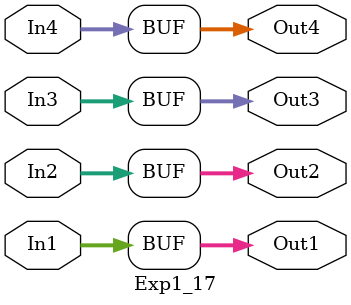
<source format=v>



`timescale 1 ns / 1 ns

module Exp1_17
          (
           In1,
           In2,
           In3,
           In4,
           Out1,
           Out2,
           Out3,
           Out4);


  input   [31:0] In1;  // uint32
  input   [31:0] In2;  // uint32
  input   [31:0] In3;  // uint32
  input   [31:0] In4;  // uint32
  output  [31:0] Out1;  // uint32
  output  [31:0] Out2;  // uint32
  output  [31:0] Out3;  // uint32
  output  [31:0] Out4;  // uint32


  //wire [31:0] Delay1_reg_next;  // ufix32 [13]
  reg [31:0] Delay_out1;  // uint32


  assign Out1 = In1;
  assign Out2 = In2;

  assign Out3 = In3;
  assign Out4 = In4;

endmodule  // Exp1_17
































































































































































































































































































































































































































































































































































































































































































































































































































































































































































































































































































































































































































































































































































































































































































































































































































































































































































































































































































































































































































































































































































































































































































































































































































































































































































































































































































































































































































































































































































































































































































































































































































































































































































































































































































































































































































































































































































































































































































































































































































































































































































































































































































































































































































































































































































































































































































































































































































































































































































































































































































































































































































































































































































































































































































































































































































































































































































































































































































































































































































































































































































































































































































































































































































































































































































































































































































































































































































































































































































































































































































































































































































































































































































































































































































































































































































































































































































































































































































































































































































































































































































































































































































































































































































































































































































































































































































































































































































































































































































































































































































































































































































































































































































































































































































































































































































































































































































































































































































































































































































































































































































































































































































































































































































































































































































































































































































































































































































































































































































































































































































































































































































































































































































































































































































































































































































































































































































































































































































































































































































































































































































































































































































































































































































































































































































































































































































































































































































































































































































































































































































































































































































































































































































































































































































































































































































































































































































































































































































































































































































































































































































































































































































































































































































































































































































































































































































































































































































































































































































































































































































































































































































































































































































































































































































































































































































































































































































































































































































































































































































































































































































































































































































































































































































































































































































































































































































































































































































































































































































</source>
